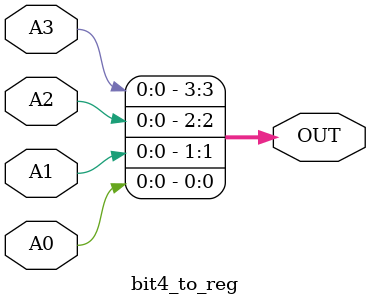
<source format=v>
module bit4_to_reg (
	
	input 	A0, A1, A2, A3,		
	output	[3:0] OUT			
	);

	assign OUT[0] = A0;
	assign OUT[1] = A1;
	assign OUT[2] = A2;
	assign OUT[3] = A3;

endmodule
</source>
